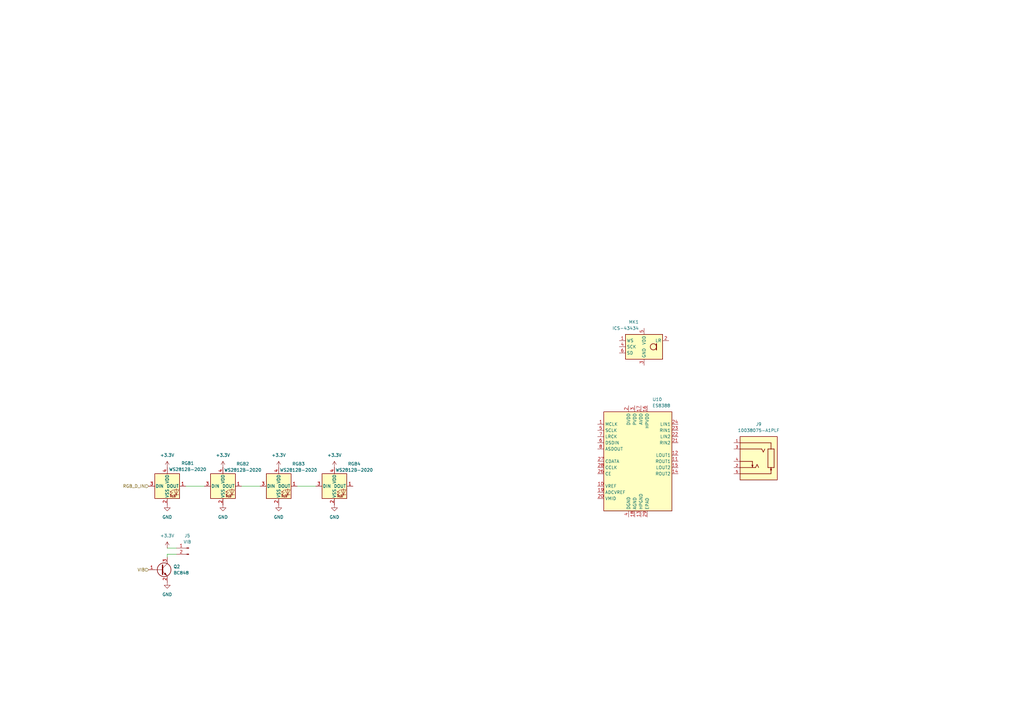
<source format=kicad_sch>
(kicad_sch (version 20250114) (generator "eeschema") (generator_version "9.0")
  (paper "A3")
  (lib_symbols
    (symbol "10038075-A1PLF:10038075-A1PLF" (pin_names (offset 1.016))
      (property "Reference" "J" (at -7.62 8.382 0))
      (property "Value" "10038075-A1PLF" (at -7.62 -12.7 0))
      (symbol "10038075-A1PLF_0_0"
        (rectangle (start -7.62 -10.16) (end 7.62 7.62) (stroke (width 0.254)) (fill (type background)))
        (polyline (pts (xy -6.35 2.54) (xy -5.08 2.54)) (stroke (width 0.254)))
        (polyline (pts (xy -6.35 -5.08) (xy -6.35 2.54)) (stroke (width 0.254)))
        (polyline (pts (xy -5.08 5.08) (xy -5.08 2.54)) (stroke (width 0.254)))
        (polyline (pts (xy -5.08 2.54) (xy -3.81 2.54)) (stroke (width 0.254)))
        (polyline (pts (xy -5.08 -5.08) (xy -6.35 -5.08)) (stroke (width 0.254)))
        (polyline (pts (xy -5.08 -5.334) (xy -4.826 -6.096) (xy -5.334 -6.096) (xy -5.08 -5.334)) (stroke (width 0.254)) (fill (type outline)))
        (polyline (pts (xy -5.08 -7.62) (xy -5.08 -5.08)) (stroke (width 0.254)))
        (polyline (pts (xy -3.81 2.54) (xy -3.81 -5.08)) (stroke (width 0.254)))
        (polyline (pts (xy -3.81 -5.08) (xy -5.08 -5.08)) (stroke (width 0.254)))
        (polyline (pts (xy -1.905 1.27) (xy -2.54 2.54)) (stroke (width 0.254)))
        (polyline (pts (xy -1.27 2.54) (xy -1.905 1.27)) (stroke (width 0.254)))
        (polyline (pts (xy 0.635 -3.81) (xy 0 -5.08)) (stroke (width 0.254)))
        (polyline (pts (xy 1.27 -5.08) (xy 0.635 -3.81)) (stroke (width 0.254)))
        (polyline (pts (xy 2.54 -2.54) (xy 2.54 -4.826)) (stroke (width 0.254)))
        (polyline (pts (xy 2.54 -2.54) (xy 7.62 -2.54)) (stroke (width 0.254)))
        (polyline (pts (xy 2.54 -4.826) (xy 2.286 -4.064) (xy 2.794 -4.064) (xy 2.54 -4.826)) (stroke (width 0.254)) (fill (type outline)))
        (polyline (pts (xy 7.62 5.08) (xy -5.08 5.08)) (stroke (width 0.254)))
        (polyline (pts (xy 7.62 2.54) (xy -1.27 2.54)) (stroke (width 0.254)))
        (polyline (pts (xy 7.62 -5.08) (xy 1.27 -5.08)) (stroke (width 0.254)))
        (polyline (pts (xy 7.62 -7.62) (xy -5.08 -7.62)) (stroke (width 0.254)))
        (pin passive line (at 10.16 5.08 180) (length 2.54) (name "~") (number "1"))
        (pin passive line (at 10.16 2.54 180) (length 2.54) (name "~") (number "3"))
        (pin passive line (at 10.16 -2.54 180) (length 2.54) (name "~") (number "4"))
        (pin passive line (at 10.16 -5.08 180) (length 2.54) (name "~") (number "2"))
        (pin passive line (at 10.16 -7.62 180) (length 2.54) (name "~") (number "5"))
      )
    )
    (symbol "Audio:ES8388"
      (property "Reference" "U" (at -14.224 21.844 0))
      (property "Value" "ES8388" (at 9.144 21.844 0))
      (symbol "ES8388_1_1"
        (rectangle (start -15.24 20.32) (end 12.7 -20.32) (stroke (width 0.254)) (fill (type background)))
        (pin input line (at -17.78 15.24 0) (length 2.54) (name "MCLK") (number "1"))
        (pin bidirectional line (at -17.78 12.7 0) (length 2.54) (name "SCLK") (number "5"))
        (pin bidirectional line (at -17.78 10.16 0) (length 2.54) (name "LRCK") (number "7"))
        (pin input line (at -17.78 7.62 0) (length 2.54) (name "DSDIN") (number "6"))
        (pin output line (at -17.78 5.08 0) (length 2.54) (name "ASDOUT") (number "8"))
        (pin bidirectional line (at -17.78 0 0) (length 2.54) (name "CDATA") (number "27"))
        (pin input line (at -17.78 -2.54 0) (length 2.54) (name "CCLK") (number "28"))
        (pin input line (at -17.78 -5.08 0) (length 2.54) (name "CE") (number "26"))
        (pin input line (at -17.78 -10.16 0) (length 2.54) (name "VREF") (number "10"))
        (pin input line (at -17.78 -12.7 0) (length 2.54) (name "ADCVREF") (number "19"))
        (pin input line (at -17.78 -15.24 0) (length 2.54) (name "VMID") (number "20"))
        (pin power_in line (at -5.08 22.86 270) (length 2.54) (name "DVDD") (number "2"))
        (pin power_in line (at -5.08 -22.86 90) (length 2.54) (name "DGND") (number "4"))
        (pin power_in line (at -2.54 22.86 270) (length 2.54) (name "PVDD") (number "3"))
        (pin power_in line (at -2.54 -22.86 90) (length 2.54) (name "AGND") (number "18"))
        (pin power_in line (at 0 22.86 270) (length 2.54) (name "AVDD") (number "17"))
        (pin power_in line (at 0 -22.86 90) (length 2.54) (name "HPGND") (number "13"))
        (pin power_in line (at 2.54 22.86 270) (length 2.54) (name "HPVDD") (number "16"))
        (pin passive line (at 2.54 -22.86 90) (length 2.54) (name "EPAD") (number "29"))
        (pin no_connect line (at 12.7 -10.16 180) (length 2.54) (hide yes) (name "NC") (number "9"))
        (pin no_connect line (at 12.7 -12.7 180) (length 2.54) (hide yes) (name "NC") (number "25"))
        (pin input line (at 15.24 15.24 180) (length 2.54) (name "LIN1") (number "24"))
        (pin input line (at 15.24 12.7 180) (length 2.54) (name "RIN1") (number "23"))
        (pin input line (at 15.24 10.16 180) (length 2.54) (name "LIN2") (number "22"))
        (pin input line (at 15.24 7.62 180) (length 2.54) (name "RIN2") (number "21"))
        (pin output line (at 15.24 2.54 180) (length 2.54) (name "LOUT1") (number "12"))
        (pin output line (at 15.24 0 180) (length 2.54) (name "ROUT1") (number "11"))
        (pin output line (at 15.24 -2.54 180) (length 2.54) (name "LOUT2") (number "15"))
        (pin output line (at 15.24 -5.08 180) (length 2.54) (name "ROUT2") (number "14"))
      )
    )
    (symbol "Connector:Conn_01x02_Pin" (pin_names (offset 1.016) (hide yes))
      (property "Reference" "J" (at 0 2.54 0))
      (property "Value" "Conn_01x02_Pin" (at 0 -5.08 0))
      (symbol "Conn_01x02_Pin_1_1"
        (rectangle (start 0.8636 0.127) (end 0 -0.127) (stroke (width 0.1524)) (fill (type outline)))
        (rectangle (start 0.8636 -2.413) (end 0 -2.667) (stroke (width 0.1524)) (fill (type outline)))
        (polyline (pts (xy 1.27 0) (xy 0.8636 0)) (stroke (width 0.1524)))
        (polyline (pts (xy 1.27 -2.54) (xy 0.8636 -2.54)) (stroke (width 0.1524)))
        (pin passive line (at 5.08 0 180) (length 3.81) (name "Pin_1") (number "1"))
        (pin passive line (at 5.08 -2.54 180) (length 3.81) (name "Pin_2") (number "2"))
      )
    )
    (symbol "LED:WS2812B-2020" (pin_names (offset 0.254))
      (property "Reference" "D" (at 5.08 5.715 0))
      (property "Value" "WS2812B-2020" (at 1.27 -5.715 0))
      (symbol "WS2812B-2020_0_0"
        (text "RGB" (at 2.286 -4.191 0) (effects (font (size 0.762 0.762))))
      )
      (symbol "WS2812B-2020_0_1"
        (polyline (pts (xy 1.27 -2.54) (xy 1.778 -2.54)))
        (polyline (pts (xy 1.27 -3.556) (xy 1.778 -3.556)))
        (polyline (pts (xy 2.286 -1.524) (xy 1.27 -2.54) (xy 1.27 -2.032)))
        (polyline (pts (xy 2.286 -2.54) (xy 1.27 -3.556) (xy 1.27 -3.048)))
        (polyline (pts (xy 3.683 -1.016) (xy 3.683 -3.556) (xy 3.683 -4.064)))
        (polyline (pts (xy 4.699 -1.524) (xy 2.667 -1.524) (xy 3.683 -3.556) (xy 4.699 -1.524)))
        (polyline (pts (xy 4.699 -3.556) (xy 2.667 -3.556)))
        (rectangle (start 5.08 5.08) (end -5.08 -5.08) (stroke (width 0.254)) (fill (type background)))
      )
      (symbol "WS2812B-2020_1_1"
        (pin input line (at -7.62 0 0) (length 2.54) (name "DIN") (number "3"))
        (pin power_in line (at 0 7.62 270) (length 2.54) (name "VDD") (number "4"))
        (pin power_in line (at 0 -7.62 90) (length 2.54) (name "VSS") (number "2"))
        (pin output line (at 7.62 0 180) (length 2.54) (name "DOUT") (number "1"))
      )
    )
    (symbol "Sensor_Audio:ICS-43434"
      (property "Reference" "MK" (at -7.62 6.35 0))
      (property "Value" "ICS-43434" (at 1.27 6.35 0))
      (symbol "ICS-43434_1_1"
        (rectangle (start -7.62 5.08) (end 7.62 -5.08) (stroke (width 0.254)) (fill (type background)))
        (polyline (pts (xy -5.08 1.27) (xy -5.08 -1.27)) (stroke (width 0.381)))
        (circle (center -3.81 0) (radius 1.27) (stroke (width 0.254)))
        (pin input line (at -10.16 2.54 0) (length 2.54) (name "LR") (number "2"))
        (pin power_in line (at 0 7.62 270) (length 2.54) (name "VDD") (number "5"))
        (pin power_in line (at 0 -7.62 90) (length 2.54) (name "GND") (number "3"))
        (pin input line (at 10.16 2.54 180) (length 2.54) (name "WS") (number "1"))
        (pin input line (at 10.16 0 180) (length 2.54) (name "SCK") (number "4"))
        (pin output line (at 10.16 -2.54 180) (length 2.54) (name "SD") (number "6"))
      )
    )
    (symbol "Transistor_BJT:BC848" (pin_names (offset 0) (hide yes))
      (property "Reference" "Q" (at 5.08 1.905 0))
      (property "Value" "BC848" (at 5.08 0 0))
      (symbol "BC848_0_1"
        (polyline (pts (xy -2.54 0) (xy 0.635 0)))
        (polyline (pts (xy 0.635 1.905) (xy 0.635 -1.905)) (stroke (width 0.508)))
        (circle (center 1.27 0) (radius 2.8194) (stroke (width 0.254)))
      )
      (symbol "BC848_1_1"
        (polyline (pts (xy 0.635 0.635) (xy 2.54 2.54)))
        (polyline (pts (xy 0.635 -0.635) (xy 2.54 -2.54)))
        (polyline (pts (xy 1.27 -1.778) (xy 1.778 -1.27) (xy 2.286 -2.286) (xy 1.27 -1.778)) (fill (type outline)))
        (pin input line (at -5.08 0 0) (length 2.54) (name "B") (number "1"))
        (pin passive line (at 2.54 5.08 270) (length 2.54) (name "C") (number "3"))
        (pin passive line (at 2.54 -5.08 90) (length 2.54) (name "E") (number "2"))
      )
    )
    (symbol "power:+3.3V" (power) (pin_numbers (hide yes)) (pin_names (offset 0) (hide yes))
      (property "Value" "+3.3V" (at 0 3.556 0))
      (symbol "+3.3V_0_1"
        (polyline (pts (xy -0.762 1.27) (xy 0 2.54)))
        (polyline (pts (xy 0 2.54) (xy 0.762 1.27)))
        (polyline (pts (xy 0 0) (xy 0 2.54)))
      )
      (symbol "+3.3V_1_1"
        (pin power_in line (at 0 0 90) (length 0) (name "~") (number "1"))
      )
    )
    (symbol "power:GND" (power) (pin_numbers (hide yes)) (pin_names (offset 0) (hide yes))
      (property "Value" "GND" (at 0 -3.81 0))
      (symbol "GND_0_1"
        (polyline (pts (xy 0 0) (xy 0 -1.27) (xy 1.27 -1.27) (xy 0 -2.54) (xy -1.27 -1.27) (xy 0 -1.27)))
      )
      (symbol "GND_1_1"
        (pin power_in line (at 0 0 270) (length 0) (name "~") (number "1"))
      )
    )
  )
  (wire (pts (xy 72.39 224.79) (xy 68.58 224.79)))
  (wire (pts (xy 121.92 199.39) (xy 129.54 199.39)))
  (wire (pts (xy 68.58 227.33) (xy 72.39 227.33)))
  (wire (pts (xy 68.58 227.33) (xy 68.58 228.6)))
  (wire (pts (xy 99.06 199.39) (xy 106.68 199.39)))
  (wire (pts (xy 76.2 199.39) (xy 83.82 199.39)))
  (hierarchical_label "VIB" (shape input) (at 60.96 233.68 180))
  (hierarchical_label "RGB_D_IN" (shape input) (at 60.96 199.39 180))
  (symbol (lib_id "10038075-A1PLF:10038075-A1PLF") (at 311.15 186.69 0) (mirror y) (unit 1)
    (property "Reference" "J9" (at 311.15 173.99 0))
    (property "Value" "10038075-A1PLF" (at 311.15 176.53 0))
    (property "Footprint" "10038075-A1PLF:AMPHENOL_10038075-A1PLF" (effects (hide yes)))
    (property "PARTREV" "J" (effects (hide yes)))
    (property "STANDARD" "Manufacturer Recommendations" (effects (hide yes)))
    (property "MAXIMUM_PACKAGE_HEIGHT" "5.10mm" (effects (hide yes)))
    (property "MANUFACTURER" "Amphenol" (effects (hide yes)))
  )
  (symbol (lib_id "Connector:Conn_01x02_Pin") (at 77.47 224.79 0) (mirror y) (unit 1)
    (property "Reference" "J5" (at 76.835 219.71 0))
    (property "Value" "VIB" (at 76.835 222.25 0))
    (property "Footprint" "Connector_Wire:SolderWire-0.1sqmm_1x02_P3.6mm_D0.4mm_OD1mm" (effects (hide yes)))
    (property "Description" "Generic connector, single row, 01x02, script generated" (effects (hide yes)))
  )
  (symbol (lib_id "power:+3.3V") (at 114.3 191.77 0) (unit 1)
    (property "Reference" "#PWR081" (effects (hide yes)))
    (property "Value" "+3.3V" (at 114.3 186.69 0))
    (property "Description" "Power symbol creates a global label with name \"+3.3V\"" (effects (hide yes)))
  )
  (symbol (lib_id "Transistor_BJT:BC848") (at 66.04 233.68 0) (unit 1)
    (property "Reference" "Q2" (at 71.12 232.4099 0) (effects (justify left)))
    (property "Value" "BC848" (at 71.12 234.9499 0) (effects (justify left)))
    (property "Footprint" "Package_TO_SOT_SMD:SOT-23" (effects (hide yes)))
    (property "Datasheet" "http://www.infineon.com/dgdl/Infineon-BC847SERIES_BC848SERIES_BC849SERIES_BC850SERIES-DS-v01_01-en.pdf?fileId=db3a304314dca389011541d4630a1657" (effects (hide yes)))
    (property "Description" "0.1A Ic, 30V Vce, NPN Transistor, SOT-23" (effects (hide yes)))
  )
  (symbol (lib_id "power:GND") (at 137.16 207.01 0) (unit 1)
    (property "Reference" "#PWR084" (effects (hide yes)))
    (property "Value" "GND" (at 137.16 212.09 0))
    (property "Description" "Power symbol creates a global label with name \"GND\" , ground" (effects (hide yes)))
  )
  (symbol (lib_id "power:GND") (at 68.58 238.76 0) (unit 1)
    (property "Reference" "#PWR077" (effects (hide yes)))
    (property "Value" "GND" (at 68.58 243.84 0))
    (property "Description" "Power symbol creates a global label with name \"GND\" , ground" (effects (hide yes)))
  )
  (symbol (lib_id "power:+3.3V") (at 68.58 191.77 0) (unit 1)
    (property "Reference" "#PWR066" (effects (hide yes)))
    (property "Value" "+3.3V" (at 68.58 186.69 0))
    (property "Description" "Power symbol creates a global label with name \"+3.3V\"" (effects (hide yes)))
  )
  (symbol (lib_id "power:GND") (at 114.3 207.01 0) (unit 1)
    (property "Reference" "#PWR082" (effects (hide yes)))
    (property "Value" "GND" (at 114.3 212.09 0))
    (property "Description" "Power symbol creates a global label with name \"GND\" , ground" (effects (hide yes)))
  )
  (symbol (lib_id "LED:WS2812B-2020") (at 91.44 199.39 0) (unit 1)
    (property "Reference" "RGB2" (at 99.568 190.246 0))
    (property "Value" "WS2812B-2020" (at 99.568 192.786 0))
    (property "Footprint" "LED_SMD:LED_WS2812B-2020_PLCC4_2.0x2.0mm" (effects (hide yes)))
    (property "Datasheet" "https://cdn-shop.adafruit.com/product-files/4684/4684_WS2812B-2020_V1.3_EN.pdf" (effects (hide yes)))
    (property "Description" "RGB LED with integrated controller, 2.0 x 2.0 mm, 12 mA" (effects (hide yes)))
  )
  (symbol (lib_id "Sensor_Audio:ICS-43434") (at 264.16 142.24 0) (mirror y) (unit 1)
    (property "Reference" "MK1" (at 262.0167 132.08 0) (effects (justify left)))
    (property "Value" "ICS-43434" (at 262.0167 134.62 0) (effects (justify left)))
    (property "Footprint" "Sensor_Audio:InvenSense_ICS-43434-6_3.5x2.65mm" (effects (hide yes)))
    (property "Datasheet" "https://www.invensense.com/wp-content/uploads/2016/02/DS-000069-ICS-43434-v1.2.pdf" (effects (hide yes)))
    (property "Description" "TDK InvenSense MEMS Microphone, 24-bit I2S, 65 dBA SNR, LGA-6" (effects (hide yes)))
  )
  (symbol (lib_id "power:+3.3V") (at 137.16 191.77 0) (unit 1)
    (property "Reference" "#PWR083" (effects (hide yes)))
    (property "Value" "+3.3V" (at 137.16 186.69 0))
    (property "Description" "Power symbol creates a global label with name \"+3.3V\"" (effects (hide yes)))
  )
  (symbol (lib_id "LED:WS2812B-2020") (at 114.3 199.39 0) (unit 1)
    (property "Reference" "RGB3" (at 122.428 190.246 0))
    (property "Value" "WS2812B-2020" (at 122.428 192.786 0))
    (property "Footprint" "LED_SMD:LED_WS2812B-2020_PLCC4_2.0x2.0mm" (effects (hide yes)))
    (property "Datasheet" "https://cdn-shop.adafruit.com/product-files/4684/4684_WS2812B-2020_V1.3_EN.pdf" (effects (hide yes)))
    (property "Description" "RGB LED with integrated controller, 2.0 x 2.0 mm, 12 mA" (effects (hide yes)))
  )
  (symbol (lib_id "Audio:ES8388") (at 262.89 189.23 0) (unit 1)
    (property "Reference" "U10" (at 267.5733 163.83 0) (effects (justify left)))
    (property "Value" "ES8388" (at 267.5733 166.37 0) (effects (justify left)))
    (property "Footprint" "Package_DFN_QFN:QFN-28-1EP_4x4mm_P0.45mm_EP2.6x2.6mm" (effects (hide yes)))
    (property "Datasheet" "http://www.everest-semi.com/pdf/ES8388%20DS.pdf" (effects (hide yes)))
    (property "Description" "Low Power Stereo Audio CODEC With Headphone Amplifier, 24-bit, 8kHz - 96kHz ADC / DAC sampling frequency, 1.8V - 3.3V supply, WQFN-28" (effects (hide yes)))
  )
  (symbol (lib_id "LED:WS2812B-2020") (at 137.16 199.39 0) (unit 1)
    (property "Reference" "RGB4" (at 145.288 190.246 0))
    (property "Value" "WS2812B-2020" (at 145.288 192.786 0))
    (property "Footprint" "LED_SMD:LED_WS2812B-2020_PLCC4_2.0x2.0mm" (effects (hide yes)))
    (property "Datasheet" "https://cdn-shop.adafruit.com/product-files/4684/4684_WS2812B-2020_V1.3_EN.pdf" (effects (hide yes)))
    (property "Description" "RGB LED with integrated controller, 2.0 x 2.0 mm, 12 mA" (effects (hide yes)))
  )
  (symbol (lib_id "power:+3.3V") (at 68.58 224.79 0) (unit 1)
    (property "Reference" "#PWR078" (effects (hide yes)))
    (property "Value" "+3.3V" (at 68.58 219.71 0))
    (property "Description" "Power symbol creates a global label with name \"+3.3V\"" (effects (hide yes)))
  )
  (symbol (lib_id "LED:WS2812B-2020") (at 68.58 199.39 0) (unit 1)
    (property "Reference" "RGB1" (at 76.962 189.992 0))
    (property "Value" "WS2812B-2020" (at 76.962 192.532 0))
    (property "Footprint" "LED_SMD:LED_WS2812B-2020_PLCC4_2.0x2.0mm" (effects (hide yes)))
    (property "Datasheet" "https://cdn-shop.adafruit.com/product-files/4684/4684_WS2812B-2020_V1.3_EN.pdf" (effects (hide yes)))
    (property "Description" "RGB LED with integrated controller, 2.0 x 2.0 mm, 12 mA" (effects (hide yes)))
  )
  (symbol (lib_id "power:GND") (at 68.58 207.01 0) (unit 1)
    (property "Reference" "#PWR076" (effects (hide yes)))
    (property "Value" "GND" (at 68.58 212.09 0))
    (property "Description" "Power symbol creates a global label with name \"GND\" , ground" (effects (hide yes)))
  )
  (symbol (lib_id "power:+3.3V") (at 91.44 191.77 0) (unit 1)
    (property "Reference" "#PWR079" (effects (hide yes)))
    (property "Value" "+3.3V" (at 91.44 186.69 0))
    (property "Description" "Power symbol creates a global label with name \"+3.3V\"" (effects (hide yes)))
  )
  (symbol (lib_id "power:GND") (at 91.44 207.01 0) (unit 1)
    (property "Reference" "#PWR080" (effects (hide yes)))
    (property "Value" "GND" (at 91.44 212.09 0))
    (property "Description" "Power symbol creates a global label with name \"GND\" , ground" (effects (hide yes)))
  )
)
</source>
